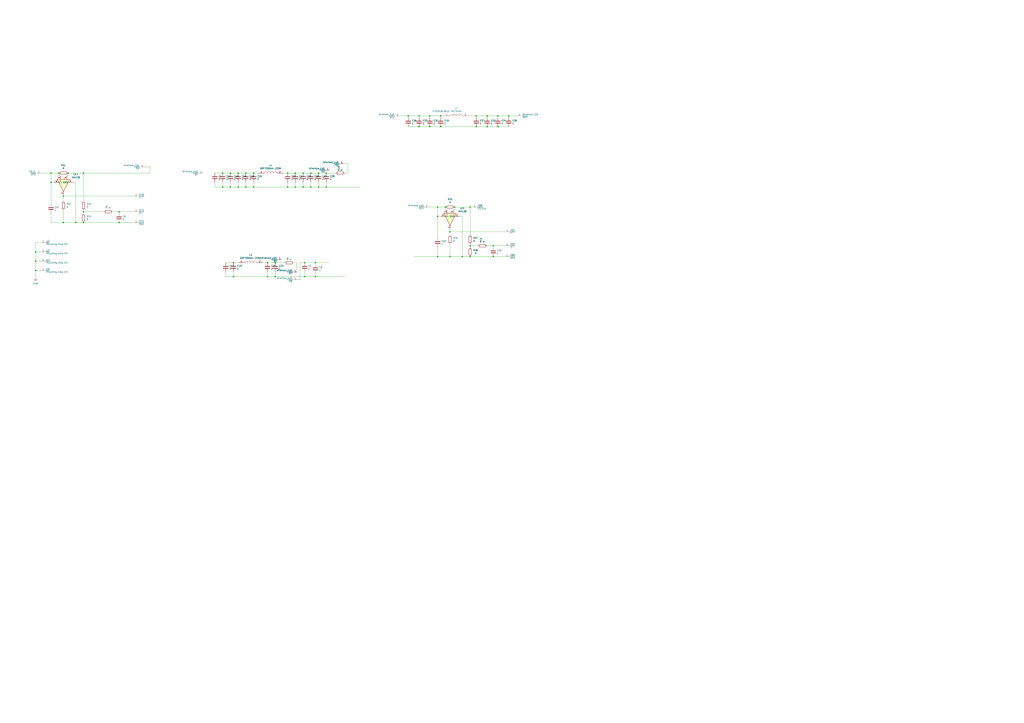
<source format=kicad_sch>
(kicad_sch (version 20230121) (generator eeschema)
  (paper "A1")
  (lib_symbols
    (symbol "Amplifier_Current:INA138" (pin_names (offset 0.127))
      (property "Reference" "U" (at 3.81 5.08 0))
      (property "Value" "INA138" (at 3.81 2.54 0))
      (symbol "INA138_0_1"
        (polyline (pts (xy -5.08 5.08) (xy 5.08 0) (xy -5.08 -5.08) (xy -5.08 5.08)) (stroke (width 0.254)) (fill (type background)))
      )
      (symbol "INA138_1_1"
        (pin output line (at 7.62 0 180) (length 2.54) (name "~") (number "1"))
        (pin power_in line (at -2.54 -7.62 90) (length 3.81) (name "GND") (number "2"))
        (pin input line (at -7.62 2.54 0) (length 2.54) (name "+") (number "3"))
        (pin input line (at -7.62 -2.54 0) (length 2.54) (name "-") (number "4"))
        (pin power_in line (at -2.54 7.62 270) (length 3.81) (name "V+") (number "5"))
      )
    )
    (symbol "Connectors_for_Wire:WireHole_1p5"
      (property "Reference" "D" (at 0 -1.27 0))
      (property "Value" "WireHole_1p5" (at 0 1.27 0))
      (symbol "WireHole_1p5_1_0"
        (pin bidirectional line (at 0 0 0) (length 2.54) (name "Conn") (number "1"))
      )
    )
    (symbol "Connectors_for_Wire:Wire_Pad_01"
      (property "Reference" "D" (at -0.6875 -1.3327 0))
      (property "Value" "Wire_Pad_01" (at 0 1.27 0))
      (symbol "Wire_Pad_01_1_1"
        (pin unspecified line (at 0 0 0) (length 2.54) (name "Conn") (number "1"))
      )
    )
    (symbol "Device:C" (pin_numbers hide) (pin_names (offset 0.254))
      (property "Reference" "C" (at 0.635 2.54 0))
      (property "Value" "C" (at 0.635 -2.54 0))
      (symbol "C_0_1"
        (polyline (pts (xy -2.032 -0.762) (xy 2.032 -0.762)) (stroke (width 0.508)))
        (polyline (pts (xy -2.032 0.762) (xy 2.032 0.762)) (stroke (width 0.508)))
      )
      (symbol "C_1_1"
        (pin passive line (at 0 3.81 270) (length 2.794) (name "~") (number "1"))
        (pin passive line (at 0 -3.81 90) (length 2.794) (name "~") (number "2"))
      )
    )
    (symbol "Device:R" (pin_numbers hide) (pin_names (offset 0))
      (property "Reference" "R" (at 2.032 0 90))
      (property "Value" "R" (at 0 0 90))
      (symbol "R_0_1"
        (rectangle (start -1.016 -2.54) (end 1.016 2.54) (stroke (width 0.254)))
      )
      (symbol "R_1_1"
        (pin passive line (at 0 3.81 270) (length 1.27) (name "~") (number "1"))
        (pin passive line (at 0 -3.81 90) (length 1.27) (name "~") (number "2"))
      )
    )
    (symbol "Mounting_Holes:Mounting_Hole_M2"
      (property "Reference" "U" (at 0 -1.27 0))
      (property "Value" "Mounting_Hole_M2" (at 0 2.54 0))
      (symbol "Mounting_Hole_M2_1_1"
        (pin input line (at -2.54 0 0) (length 2.54) (name "Mnt") (number "1"))
      )
    )
    (symbol "SRP7050AA-220M:SRP7050AA-220M" (pin_names (offset 0.762))
      (property "Reference" "L" (at 16.51 6.35 0))
      (property "Value" "SRP7050AA-220M" (at 16.51 3.81 0))
      (symbol "SRP7050AA-220M_0_0"
        (pin passive line (at 0 0 0) (length 5.08) (name "~") (number "1"))
        (pin passive line (at 20.32 0 180) (length 5.08) (name "~") (number "2"))
      )
      (symbol "SRP7050AA-220M_0_1"
        (arc (start 7.62 0) (mid 6.35 1.2202) (end 5.08 0) (stroke (width 0.1524)))
        (arc (start 10.16 0) (mid 8.89 1.2202) (end 7.62 0) (stroke (width 0.1524)))
        (arc (start 12.7 0) (mid 11.43 1.2202) (end 10.16 0) (stroke (width 0.1524)))
        (arc (start 15.24 0) (mid 13.97 1.2202) (end 12.7 0) (stroke (width 0.1524)))
      )
    )
    (symbol "TFM201610ALC-R47MTAA:TFM201610ALC-R47MTAA" (pin_names (offset 0.762))
      (property "Reference" "L" (at 16.51 6.35 0))
      (property "Value" "TFM201610ALC-R47MTAA" (at 16.51 3.81 0))
      (symbol "TFM201610ALC-R47MTAA_0_0"
        (pin passive line (at 0 0 0) (length 5.08) (name "~") (number "1"))
        (pin passive line (at 20.32 0 180) (length 5.08) (name "~") (number "2"))
      )
      (symbol "TFM201610ALC-R47MTAA_0_1"
        (arc (start 7.62 0) (mid 6.35 1.2202) (end 5.08 0) (stroke (width 0.1524)))
        (arc (start 10.16 0) (mid 8.89 1.2202) (end 7.62 0) (stroke (width 0.1524)))
        (arc (start 12.7 0) (mid 11.43 1.2202) (end 10.16 0) (stroke (width 0.1524)))
        (arc (start 15.24 0) (mid 13.97 1.2202) (end 12.7 0) (stroke (width 0.1524)))
      )
    )
    (symbol "power:GND" (power) (pin_names (offset 0))
      (property "Value" "GND" (at 0 -3.81 0))
      (symbol "GND_0_1"
        (polyline (pts (xy 0 0) (xy 0 -1.27) (xy 1.27 -1.27) (xy 0 -2.54) (xy -1.27 -1.27) (xy 0 -1.27)))
      )
      (symbol "GND_1_1"
        (pin power_in line (at 0 0 270) (length 0) hide (name "GND") (number "1"))
      )
    )
  )
  (junction (at 219.71 227.33))
  (junction (at 408.94 95.25))
  (junction (at 408.94 104.14))
  (junction (at 62.23 182.88))
  (junction (at 191.77 215.9))
  (junction (at 400.05 104.14))
  (junction (at 29.21 222.25))
  (junction (at 68.58 182.88))
  (junction (at 386.08 201.93))
  (junction (at 191.77 227.33))
  (junction (at 359.41 210.82))
  (junction (at 353.06 95.25))
  (junction (at 369.57 210.82))
  (junction (at 55.88 142.24))
  (junction (at 391.16 104.14))
  (junction (at 201.93 153.67))
  (junction (at 386.08 210.82))
  (junction (at 48.26 142.24))
  (junction (at 259.08 227.33))
  (junction (at 267.97 142.24))
  (junction (at 250.19 227.33))
  (junction (at 255.27 153.67))
  (junction (at 359.41 170.18))
  (junction (at 52.07 161.29))
  (junction (at 248.92 153.67))
  (junction (at 400.05 95.25))
  (junction (at 189.23 153.67))
  (junction (at 195.58 153.67))
  (junction (at 97.79 173.99))
  (junction (at 259.08 215.9))
  (junction (at 365.76 170.18))
  (junction (at 29.21 214.63))
  (junction (at 417.83 95.25))
  (junction (at 182.88 142.24))
  (junction (at 208.28 153.67))
  (junction (at 255.27 142.24))
  (junction (at 379.73 210.82))
  (junction (at 182.88 153.67))
  (junction (at 236.22 153.67))
  (junction (at 344.17 95.25))
  (junction (at 195.58 142.24))
  (junction (at 261.62 142.24))
  (junction (at 405.13 201.93))
  (junction (at 52.07 182.88))
  (junction (at 361.95 95.25))
  (junction (at 405.13 210.82))
  (junction (at 201.93 142.24))
  (junction (at 242.57 142.24))
  (junction (at 361.95 104.14))
  (junction (at 250.19 215.9))
  (junction (at 353.06 104.14))
  (junction (at 248.92 142.24))
  (junction (at 236.22 142.24))
  (junction (at 261.62 153.67))
  (junction (at 369.57 190.5))
  (junction (at 226.06 215.9))
  (junction (at 373.38 170.18))
  (junction (at 335.28 95.25))
  (junction (at 386.08 170.18))
  (junction (at 391.16 95.25))
  (junction (at 97.79 182.88))
  (junction (at 41.91 142.24))
  (junction (at 189.23 142.24))
  (junction (at 359.41 177.8))
  (junction (at 219.71 215.9))
  (junction (at 226.06 227.33))
  (junction (at 41.91 149.86))
  (junction (at 68.58 142.24))
  (junction (at 242.57 153.67))
  (junction (at 29.21 207.01))
  (junction (at 267.97 153.67))
  (junction (at 344.17 104.14))
  (junction (at 68.58 173.99))
  (junction (at 208.28 142.24))
  (wire (pts (xy 68.58 142.24) (xy 123.19 142.24)))
  (wire (pts (xy 405.13 201.93) (xy 405.13 203.2)))
  (wire (pts (xy 41.91 149.86) (xy 41.91 142.24)))
  (wire (pts (xy 359.41 177.8) (xy 359.41 170.18)))
  (wire (pts (xy 68.58 182.88) (xy 97.79 182.88)))
  (wire (pts (xy 259.08 227.33) (xy 283.21 227.33)))
  (wire (pts (xy 386.08 200.66) (xy 386.08 201.93)))
  (wire (pts (xy 236.22 142.24) (xy 242.57 142.24)))
  (wire (pts (xy 208.28 153.67) (xy 236.22 153.67)))
  (wire (pts (xy 41.91 167.64) (xy 41.91 149.86)))
  (wire (pts (xy 365.76 172.72) (xy 365.76 170.18)))
  (wire (pts (xy 29.21 207.01) (xy 34.29 207.01)))
  (wire (pts (xy 208.28 149.86) (xy 208.28 153.67)))
  (wire (pts (xy 285.75 142.24) (xy 283.21 142.24)))
  (wire (pts (xy 261.62 149.86) (xy 261.62 153.67)))
  (wire (pts (xy 400.05 201.93) (xy 405.13 201.93)))
  (wire (pts (xy 68.58 142.24) (xy 68.58 165.1)))
  (wire (pts (xy 369.57 210.82) (xy 379.73 210.82)))
  (wire (pts (xy 29.21 199.39) (xy 34.29 199.39)))
  (wire (pts (xy 405.13 210.82) (xy 415.29 210.82)))
  (wire (pts (xy 255.27 149.86) (xy 255.27 153.67)))
  (wire (pts (xy 185.42 215.9) (xy 191.77 215.9)))
  (wire (pts (xy 242.57 153.67) (xy 248.92 153.67)))
  (wire (pts (xy 255.27 153.67) (xy 261.62 153.67)))
  (wire (pts (xy 219.71 223.52) (xy 219.71 227.33)))
  (wire (pts (xy 176.53 153.67) (xy 182.88 153.67)))
  (wire (pts (xy 369.57 193.04) (xy 369.57 190.5)))
  (wire (pts (xy 29.21 214.63) (xy 34.29 214.63)))
  (wire (pts (xy 97.79 173.99) (xy 97.79 175.26)))
  (wire (pts (xy 250.19 223.52) (xy 250.19 227.33)))
  (wire (pts (xy 369.57 190.5) (xy 415.29 190.5)))
  (wire (pts (xy 250.19 227.33) (xy 259.08 227.33)))
  (wire (pts (xy 359.41 203.2) (xy 359.41 210.82)))
  (wire (pts (xy 189.23 142.24) (xy 195.58 142.24)))
  (wire (pts (xy 242.57 149.86) (xy 242.57 153.67)))
  (wire (pts (xy 369.57 187.96) (xy 369.57 190.5)))
  (wire (pts (xy 359.41 210.82) (xy 369.57 210.82)))
  (wire (pts (xy 335.28 96.52) (xy 335.28 95.25)))
  (wire (pts (xy 195.58 153.67) (xy 201.93 153.67)))
  (wire (pts (xy 68.58 172.72) (xy 68.58 173.99)))
  (wire (pts (xy 215.9 215.9) (xy 219.71 215.9)))
  (wire (pts (xy 176.53 149.86) (xy 176.53 153.67)))
  (wire (pts (xy 52.07 161.29) (xy 110.49 161.29)))
  (wire (pts (xy 185.42 227.33) (xy 191.77 227.33)))
  (wire (pts (xy 353.06 95.25) (xy 361.95 95.25)))
  (wire (pts (xy 29.21 207.01) (xy 29.21 214.63)))
  (wire (pts (xy 417.83 95.25) (xy 425.45 95.25)))
  (wire (pts (xy 29.21 222.25) (xy 34.29 222.25)))
  (wire (pts (xy 49.53 144.78) (xy 48.26 144.78)))
  (wire (pts (xy 97.79 182.88) (xy 110.49 182.88)))
  (wire (pts (xy 52.07 160.02) (xy 52.07 161.29)))
  (wire (pts (xy 92.71 173.99) (xy 97.79 173.99)))
  (wire (pts (xy 29.21 214.63) (xy 29.21 222.25)))
  (wire (pts (xy 391.16 95.25) (xy 391.16 96.52)))
  (wire (pts (xy 408.94 104.14) (xy 400.05 104.14)))
  (wire (pts (xy 241.3 215.9) (xy 243.84 215.9)))
  (wire (pts (xy 359.41 195.58) (xy 359.41 177.8)))
  (wire (pts (xy 242.57 142.24) (xy 248.92 142.24)))
  (wire (pts (xy 195.58 142.24) (xy 201.93 142.24)))
  (wire (pts (xy 29.21 222.25) (xy 29.21 228.6)))
  (wire (pts (xy 97.79 173.99) (xy 110.49 173.99)))
  (wire (pts (xy 353.06 104.14) (xy 344.17 104.14)))
  (wire (pts (xy 285.75 134.62) (xy 285.75 142.24)))
  (wire (pts (xy 41.91 175.26) (xy 41.91 182.88)))
  (wire (pts (xy 340.36 210.82) (xy 359.41 210.82)))
  (wire (pts (xy 191.77 215.9) (xy 195.58 215.9)))
  (wire (pts (xy 367.03 172.72) (xy 365.76 172.72)))
  (wire (pts (xy 182.88 149.86) (xy 182.88 153.67)))
  (wire (pts (xy 400.05 96.52) (xy 400.05 95.25)))
  (wire (pts (xy 52.07 172.72) (xy 52.07 182.88)))
  (wire (pts (xy 372.11 172.72) (xy 373.38 172.72)))
  (wire (pts (xy 68.58 173.99) (xy 85.09 173.99)))
  (wire (pts (xy 373.38 170.18) (xy 386.08 170.18)))
  (wire (pts (xy 41.91 142.24) (xy 48.26 142.24)))
  (wire (pts (xy 243.84 229.87) (xy 246.38 229.87)))
  (wire (pts (xy 62.23 182.88) (xy 68.58 182.88)))
  (wire (pts (xy 55.88 142.24) (xy 68.58 142.24)))
  (wire (pts (xy 191.77 223.52) (xy 191.77 227.33)))
  (wire (pts (xy 386.08 210.82) (xy 405.13 210.82)))
  (wire (pts (xy 195.58 149.86) (xy 195.58 153.67)))
  (wire (pts (xy 373.38 172.72) (xy 373.38 170.18)))
  (wire (pts (xy 344.17 95.25) (xy 353.06 95.25)))
  (wire (pts (xy 335.28 95.25) (xy 344.17 95.25)))
  (wire (pts (xy 281.94 134.62) (xy 285.75 134.62)))
  (wire (pts (xy 29.21 199.39) (xy 29.21 207.01)))
  (wire (pts (xy 219.71 215.9) (xy 226.06 215.9)))
  (wire (pts (xy 351.79 170.18) (xy 359.41 170.18)))
  (wire (pts (xy 379.73 177.8) (xy 379.73 210.82)))
  (wire (pts (xy 379.73 210.82) (xy 386.08 210.82)))
  (wire (pts (xy 246.38 229.87) (xy 246.38 215.9)))
  (wire (pts (xy 386.08 170.18) (xy 388.62 170.18)))
  (wire (pts (xy 417.83 104.14) (xy 408.94 104.14)))
  (wire (pts (xy 52.07 182.88) (xy 62.23 182.88)))
  (wire (pts (xy 185.42 223.52) (xy 185.42 227.33)))
  (wire (pts (xy 261.62 142.24) (xy 267.97 142.24)))
  (wire (pts (xy 201.93 149.86) (xy 201.93 153.67)))
  (wire (pts (xy 41.91 182.88) (xy 52.07 182.88)))
  (wire (pts (xy 248.92 153.67) (xy 255.27 153.67)))
  (wire (pts (xy 255.27 142.24) (xy 261.62 142.24)))
  (wire (pts (xy 68.58 173.99) (xy 68.58 175.26)))
  (wire (pts (xy 33.02 142.24) (xy 41.91 142.24)))
  (wire (pts (xy 236.22 149.86) (xy 236.22 153.67)))
  (wire (pts (xy 176.53 142.24) (xy 182.88 142.24)))
  (wire (pts (xy 232.41 142.24) (xy 236.22 142.24)))
  (wire (pts (xy 123.19 137.16) (xy 123.19 142.24)))
  (wire (pts (xy 54.61 144.78) (xy 55.88 144.78)))
  (wire (pts (xy 408.94 95.25) (xy 417.83 95.25)))
  (wire (pts (xy 246.38 215.9) (xy 250.19 215.9)))
  (wire (pts (xy 189.23 153.67) (xy 195.58 153.67)))
  (wire (pts (xy 361.95 104.14) (xy 391.16 104.14)))
  (wire (pts (xy 182.88 142.24) (xy 189.23 142.24)))
  (wire (pts (xy 361.95 104.14) (xy 353.06 104.14)))
  (wire (pts (xy 267.97 142.24) (xy 275.59 142.24)))
  (wire (pts (xy 243.84 215.9) (xy 243.84 223.52)))
  (wire (pts (xy 386.08 201.93) (xy 392.43 201.93)))
  (wire (pts (xy 369.57 200.66) (xy 369.57 210.82)))
  (wire (pts (xy 191.77 227.33) (xy 219.71 227.33)))
  (wire (pts (xy 41.91 149.86) (xy 44.45 149.86)))
  (wire (pts (xy 250.19 215.9) (xy 259.08 215.9)))
  (wire (pts (xy 327.66 95.25) (xy 335.28 95.25)))
  (wire (pts (xy 361.95 95.25) (xy 361.95 96.52)))
  (wire (pts (xy 48.26 144.78) (xy 48.26 142.24)))
  (wire (pts (xy 182.88 153.67) (xy 189.23 153.67)))
  (wire (pts (xy 391.16 95.25) (xy 400.05 95.25)))
  (wire (pts (xy 353.06 95.25) (xy 353.06 96.52)))
  (wire (pts (xy 62.23 149.86) (xy 62.23 182.88)))
  (wire (pts (xy 259.08 215.9) (xy 259.08 217.17)))
  (wire (pts (xy 386.08 201.93) (xy 386.08 203.2)))
  (wire (pts (xy 259.08 215.9) (xy 270.51 215.9)))
  (wire (pts (xy 267.97 153.67) (xy 295.91 153.67)))
  (wire (pts (xy 189.23 149.86) (xy 189.23 153.67)))
  (wire (pts (xy 259.08 224.79) (xy 259.08 227.33)))
  (wire (pts (xy 391.16 104.14) (xy 400.05 104.14)))
  (wire (pts (xy 386.08 170.18) (xy 386.08 193.04)))
  (wire (pts (xy 226.06 227.33) (xy 250.19 227.33)))
  (wire (pts (xy 408.94 96.52) (xy 408.94 95.25)))
  (wire (pts (xy 55.88 144.78) (xy 55.88 142.24)))
  (wire (pts (xy 59.69 149.86) (xy 62.23 149.86)))
  (wire (pts (xy 52.07 165.1) (xy 52.07 161.29)))
  (wire (pts (xy 384.81 95.25) (xy 391.16 95.25)))
  (wire (pts (xy 335.28 104.14) (xy 344.17 104.14)))
  (wire (pts (xy 400.05 95.25) (xy 408.94 95.25)))
  (wire (pts (xy 201.93 153.67) (xy 208.28 153.67)))
  (wire (pts (xy 219.71 227.33) (xy 226.06 227.33)))
  (wire (pts (xy 361.95 95.25) (xy 364.49 95.25)))
  (wire (pts (xy 359.41 170.18) (xy 365.76 170.18)))
  (wire (pts (xy 248.92 142.24) (xy 255.27 142.24)))
  (wire (pts (xy 201.93 142.24) (xy 208.28 142.24)))
  (wire (pts (xy 248.92 149.86) (xy 248.92 153.67)))
  (wire (pts (xy 118.11 137.16) (xy 123.19 137.16)))
  (wire (pts (xy 226.06 215.9) (xy 233.68 215.9)))
  (wire (pts (xy 261.62 153.67) (xy 267.97 153.67)))
  (wire (pts (xy 377.19 177.8) (xy 379.73 177.8)))
  (wire (pts (xy 359.41 177.8) (xy 361.95 177.8)))
  (wire (pts (xy 267.97 149.86) (xy 267.97 153.67)))
  (wire (pts (xy 405.13 201.93) (xy 415.29 201.93)))
  (wire (pts (xy 344.17 96.52) (xy 344.17 95.25)))
  (wire (pts (xy 417.83 96.52) (xy 417.83 95.25)))
  (wire (pts (xy 226.06 223.52) (xy 226.06 227.33)))
  (wire (pts (xy 208.28 142.24) (xy 212.09 142.24)))
  (wire (pts (xy 236.22 153.67) (xy 242.57 153.67)))
  (symbol (lib_id "Device:C") (at 176.53 146.05 0) (unit 1)
    (property "Reference" "C7" (at 179.451 144.8816 0) (effects (justify left)))
    (property "Value" "C" (at 179.451 147.193 0) (effects (justify left)))
    (property "Footprint" "Capacitor_SMD:C_0603_1608Metric_Pad1.08x0.95mm_HandSolder" (effects hide))
  )
  (symbol (lib_id "Device:C") (at 361.95 100.33 0) (unit 1)
    (property "Reference" "C10" (at 364.871 99.1616 0) (effects (justify left)))
    (property "Value" "C" (at 364.871 101.473 0) (effects (justify left)))
    (property "Footprint" "Capacitor_SMD:C_0805_2012Metric_Pad1.18x1.45mm_HandSolder" (effects hide))
  )
  (symbol (lib_id "Device:C") (at 248.92 146.05 0) (unit 1)
    (property "Reference" "C25" (at 251.841 144.8816 0) (effects (justify left)))
    (property "Value" "C" (at 251.841 147.193 0) (effects (justify left)))
    (property "Footprint" "Capacitor_SMD:C_0805_2012Metric_Pad1.18x1.45mm_HandSolder" (effects hide))
  )
  (symbol (lib_id "Device:C") (at 182.88 146.05 0) (unit 1)
    (property "Reference" "C14" (at 185.801 144.8816 0) (effects (justify left)))
    (property "Value" "C" (at 185.801 147.193 0) (effects (justify left)))
    (property "Footprint" "Capacitor_SMD:C_0805_2012Metric_Pad1.18x1.45mm_HandSolder" (effects hide))
  )
  (symbol (lib_id "Connectors_for_Wire:WireHole_1p5") (at 425.45 95.25 0) (mirror x) (unit 1)
    (property "Reference" "D13" (at 429.26 96.5201 0) (effects (justify left)))
    (property "Value" "WireHole_1p5" (at 429.26 93.9801 0) (effects (justify left)))
    (property "Footprint" "libraries:WireHole_1p2" (effects hide))
  )
  (symbol (lib_id "Device:C") (at 391.16 100.33 0) (unit 1)
    (property "Reference" "C37" (at 394.081 99.1616 0) (effects (justify left)))
    (property "Value" "C" (at 394.081 101.473 0) (effects (justify left)))
    (property "Footprint" "Capacitor_SMD:C_0805_2012Metric_Pad1.18x1.45mm_HandSolder" (effects hide))
  )
  (symbol (lib_id "Device:C") (at 191.77 219.71 0) (unit 1)
    (property "Reference" "C19" (at 194.691 218.5416 0) (effects (justify left)))
    (property "Value" "C" (at 194.691 220.853 0) (effects (justify left)))
    (property "Footprint" "Capacitor_SMD:C_0805_2012Metric_Pad1.18x1.45mm_HandSolder" (effects hide))
  )
  (symbol (lib_id "Connectors_for_Wire:Wire_Pad_01") (at 415.29 210.82 0) (unit 1)
    (property "Reference" "D89" (at 419.1 209.5499 0) (effects (justify left)))
    (property "Value" "Gnd" (at 419.1 212.0899 0) (effects (justify left)))
    (property "Footprint" "Flat_Wires_Pads:Wire_Hole_1mm" (effects hide))
  )
  (symbol (lib_id "Mounting_Holes:Mounting_Hole_M2") (at 36.83 207.01 0) (unit 1)
    (property "Reference" "U3" (at 38.1 205.7399 0) (effects (justify left)))
    (property "Value" "Mounting_Hole_M2" (at 38.1 208.2799 0) (effects (justify left)))
    (property "Footprint" "Mounting_Wuerth:Mounting_Wuerth_WA-SMST-2.7mm_H1mm_9774010951" (effects hide))
  )
  (symbol (lib_id "Device:C") (at 255.27 146.05 0) (unit 1)
    (property "Reference" "C26" (at 258.191 144.8816 0) (effects (justify left)))
    (property "Value" "C" (at 258.191 147.193 0) (effects (justify left)))
    (property "Footprint" "Capacitor_SMD:C_0805_2012Metric_Pad1.18x1.45mm_HandSolder" (effects hide))
  )
  (symbol (lib_id "Device:R") (at 369.57 196.85 180) (unit 1)
    (property "Reference" "R36" (at 372.11 195.5799 0) (effects (justify right)))
    (property "Value" "R" (at 372.11 198.1199 0) (effects (justify right)))
    (property "Footprint" "Resistor_SMD:R_0805_2012Metric_Pad1.20x1.40mm_HandSolder" (effects hide))
  )
  (symbol (lib_id "Device:C") (at 219.71 219.71 0) (unit 1)
    (property "Reference" "C21" (at 222.631 218.5416 0) (effects (justify left)))
    (property "Value" "C" (at 222.631 220.853 0) (effects (justify left)))
    (property "Footprint" "Capacitor_SMD:C_0805_2012Metric_Pad1.18x1.45mm_HandSolder" (effects hide))
  )
  (symbol (lib_id "Connectors_for_Wire:WireHole_1p5") (at 327.66 95.25 180) (unit 1)
    (property "Reference" "D11" (at 323.85 96.5201 0) (effects (justify left)))
    (property "Value" "WireHole_1p5" (at 323.85 93.9801 0) (effects (justify left)))
    (property "Footprint" "libraries:WireHole_1p2" (effects hide))
  )
  (symbol (lib_id "Device:C") (at 201.93 146.05 0) (unit 1)
    (property "Reference" "C18" (at 204.851 144.8816 0) (effects (justify left)))
    (property "Value" "C" (at 204.851 147.193 0) (effects (justify left)))
    (property "Footprint" "Capacitor_SMD:C_0805_2012Metric_Pad1.18x1.45mm_HandSolder" (effects hide))
  )
  (symbol (lib_id "Device:C") (at 353.06 100.33 0) (unit 1)
    (property "Reference" "C31" (at 355.981 99.1616 0) (effects (justify left)))
    (property "Value" "C" (at 355.981 101.473 0) (effects (justify left)))
    (property "Footprint" "Capacitor_SMD:C_0805_2012Metric_Pad1.18x1.45mm_HandSolder" (effects hide))
  )
  (symbol (lib_id "Amplifier_Current:INA138") (at 52.07 152.4 90) (mirror x) (unit 1)
    (property "Reference" "U14" (at 62.23 143.2812 90))
    (property "Value" "INA138" (at 62.23 145.8212 90))
    (property "Footprint" "Package_TO_SOT_SMD:SOT-23-5" (effects hide))
    (property "Datasheet" "http://www.ti.com/lit/ds/symlink/ina138.pdf" (effects hide))
  )
  (symbol (lib_id "Connectors_for_Wire:Wire_Pad_01") (at 415.29 190.5 0) (unit 1)
    (property "Reference" "D91" (at 419.1 189.2299 0) (effects (justify left)))
    (property "Value" "I" (at 419.1 191.7699 0) (effects (justify left)))
    (property "Footprint" "Flat_Wires_Pads:Wire_Hole_1mm" (effects hide))
  )
  (symbol (lib_id "Connectors_for_Wire:Wire_Pad_01") (at 110.49 161.29 0) (unit 1)
    (property "Reference" "D78" (at 114.3 160.0199 0) (effects (justify left)))
    (property "Value" "I" (at 114.3 162.5599 0) (effects (justify left)))
    (property "Footprint" "Flat_Wires_Pads:Wire_Hole_1mm" (effects hide))
  )
  (symbol (lib_id "Device:C") (at 417.83 100.33 0) (unit 1)
    (property "Reference" "C35" (at 420.751 99.1616 0) (effects (justify left)))
    (property "Value" "C" (at 420.751 101.473 0) (effects (justify left)))
    (property "Footprint" "Capacitor_SMD:C_0805_2012Metric_Pad1.18x1.45mm_HandSolder" (effects hide))
  )
  (symbol (lib_id "Device:C") (at 400.05 100.33 0) (unit 1)
    (property "Reference" "C33" (at 402.971 99.1616 0) (effects (justify left)))
    (property "Value" "C" (at 402.971 101.473 0) (effects (justify left)))
    (property "Footprint" "Capacitor_SMD:C_0805_2012Metric_Pad1.18x1.45mm_HandSolder" (effects hide))
  )
  (symbol (lib_id "Device:C") (at 261.62 146.05 0) (unit 1)
    (property "Reference" "C27" (at 264.541 144.8816 0) (effects (justify left)))
    (property "Value" "C" (at 264.541 147.193 0) (effects (justify left)))
    (property "Footprint" "Capacitor_SMD:C_0805_2012Metric_Pad1.18x1.45mm_HandSolder" (effects hide))
  )
  (symbol (lib_id "Device:R") (at 68.58 168.91 180) (unit 1)
    (property "Reference" "R33" (at 71.12 167.6399 0) (effects (justify right)))
    (property "Value" "R" (at 71.12 170.1799 0) (effects (justify right)))
    (property "Footprint" "Resistor_SMD:R_0805_2012Metric_Pad1.20x1.40mm_HandSolder" (effects hide))
  )
  (symbol (lib_id "Connectors_for_Wire:WireHole_1p5") (at 243.84 223.52 180) (unit 1)
    (property "Reference" "D7" (at 240.03 224.7901 0) (effects (justify left)))
    (property "Value" "WireHole_1p5" (at 240.03 222.2501 0) (effects (justify left)))
    (property "Footprint" "libraries:WireHole_1p2" (effects hide))
  )
  (symbol (lib_id "Device:C") (at 226.06 219.71 0) (unit 1)
    (property "Reference" "C23" (at 228.981 218.5416 0) (effects (justify left)))
    (property "Value" "C" (at 228.981 220.853 0) (effects (justify left)))
    (property "Footprint" "Capacitor_SMD:C_0805_2012Metric_Pad1.18x1.45mm_HandSolder" (effects hide))
  )
  (symbol (lib_id "Mounting_Holes:Mounting_Hole_M2") (at 36.83 222.25 0) (unit 1)
    (property "Reference" "U5" (at 38.1 220.9799 0) (effects (justify left)))
    (property "Value" "Mounting_Hole_M2" (at 38.1 223.5199 0) (effects (justify left)))
    (property "Footprint" "Mounting_Wuerth:Mounting_Wuerth_WA-SMST-2.7mm_H1mm_9774010951" (effects hide))
  )
  (symbol (lib_id "Connectors_for_Wire:Wire_Pad_01") (at 110.49 173.99 0) (unit 1)
    (property "Reference" "D73" (at 114.3 172.7199 0) (effects (justify left)))
    (property "Value" "U" (at 114.3 175.2599 0) (effects (justify left)))
    (property "Footprint" "Flat_Wires_Pads:Wire_Hole_1mm" (effects hide))
  )
  (symbol (lib_id "Device:C") (at 259.08 220.98 0) (unit 1)
    (property "Reference" "C8" (at 262.001 219.8116 0) (effects (justify left)))
    (property "Value" "C" (at 262.001 222.123 0) (effects (justify left)))
    (property "Footprint" "Capacitor_SMD:C_0805_2012Metric_Pad1.18x1.45mm_HandSolder" (effects hide))
  )
  (symbol (lib_id "Device:C") (at 335.28 100.33 0) (unit 1)
    (property "Reference" "C36" (at 338.201 99.1616 0) (effects (justify left)))
    (property "Value" "C" (at 338.201 101.473 0) (effects (justify left)))
    (property "Footprint" "Capacitor_SMD:C_0805_2012Metric_Pad1.18x1.45mm_HandSolder" (effects hide))
  )
  (symbol (lib_id "Mounting_Holes:Mounting_Hole_M2") (at 36.83 199.39 0) (unit 1)
    (property "Reference" "U2" (at 38.1 198.1199 0) (effects (justify left)))
    (property "Value" "Mounting_Hole_M2" (at 38.1 200.6599 0) (effects (justify left)))
    (property "Footprint" "Mounting_Wuerth:Mounting_Wuerth_WA-SMST-2.7mm_H1mm_9774010951" (effects hide))
  )
  (symbol (lib_id "Device:C") (at 236.22 146.05 0) (unit 1)
    (property "Reference" "C22" (at 239.141 144.8816 0) (effects (justify left)))
    (property "Value" "C" (at 239.141 147.193 0) (effects (justify left)))
    (property "Footprint" "Capacitor_SMD:C_0805_2012Metric_Pad1.18x1.45mm_HandSolder" (effects hide))
  )
  (symbol (lib_id "Device:R") (at 52.07 142.24 90) (unit 1)
    (property "Reference" "R31" (at 52.07 135.89 90))
    (property "Value" "R" (at 52.07 138.43 90))
    (property "Footprint" "Resistor_SMD:R_0805_2012Metric_Pad1.20x1.40mm_HandSolder" (effects hide))
  )
  (symbol (lib_id "Device:C") (at 250.19 219.71 0) (unit 1)
    (property "Reference" "C5" (at 253.111 218.5416 0) (effects (justify left)))
    (property "Value" "C" (at 253.111 220.853 0) (effects (justify left)))
    (property "Footprint" "Capacitor_SMD:C_0805_2012Metric_Pad1.18x1.45mm_HandSolder" (effects hide))
  )
  (symbol (lib_id "Connectors_for_Wire:Wire_Pad_01") (at 415.29 201.93 0) (unit 1)
    (property "Reference" "D90" (at 419.1 200.6599 0) (effects (justify left)))
    (property "Value" "U" (at 419.1 203.1999 0) (effects (justify left)))
    (property "Footprint" "Flat_Wires_Pads:Wire_Hole_1mm" (effects hide))
  )
  (symbol (lib_id "Connectors_for_Wire:Wire_Pad_01") (at 110.49 182.88 0) (unit 1)
    (property "Reference" "D72" (at 114.3 181.6099 0) (effects (justify left)))
    (property "Value" "Gnd" (at 114.3 184.1499 0) (effects (justify left)))
    (property "Footprint" "Flat_Wires_Pads:Wire_Hole_1mm" (effects hide))
  )
  (symbol (lib_id "Device:C") (at 405.13 207.01 0) (unit 1)
    (property "Reference" "C29" (at 408.051 205.8416 0) (effects (justify left)))
    (property "Value" "C" (at 408.051 208.153 0) (effects (justify left)))
    (property "Footprint" "Capacitor_SMD:C_0805_2012Metric_Pad1.18x1.45mm_HandSolder" (effects hide))
  )
  (symbol (lib_id "Device:R") (at 237.49 215.9 90) (unit 1)
    (property "Reference" "R9" (at 236.3216 214.122 0) (effects (justify left)))
    (property "Value" "R" (at 238.633 214.122 0) (effects (justify left)))
    (property "Footprint" "Resistor_SMD:R_0805_2012Metric_Pad1.20x1.40mm_HandSolder" (effects hide))
  )
  (symbol (lib_id "Connectors_for_Wire:WireHole_1p5") (at 243.84 229.87 180) (unit 1)
    (property "Reference" "D8" (at 240.03 231.1401 0) (effects (justify left)))
    (property "Value" "WireHole_1p5" (at 240.03 228.6001 0) (effects (justify left)))
    (property "Footprint" "libraries:WireHole_1p2" (effects hide))
  )
  (symbol (lib_id "Device:C") (at 97.79 179.07 0) (unit 1)
    (property "Reference" "C6" (at 100.711 177.9016 0) (effects (justify left)))
    (property "Value" "C" (at 100.711 180.213 0) (effects (justify left)))
    (property "Footprint" "Capacitor_SMD:C_0805_2012Metric_Pad1.18x1.45mm_HandSolder" (effects hide))
  )
  (symbol (lib_id "Device:C") (at 208.28 146.05 0) (unit 1)
    (property "Reference" "C20" (at 211.201 144.8816 0) (effects (justify left)))
    (property "Value" "C" (at 211.201 147.193 0) (effects (justify left)))
    (property "Footprint" "Capacitor_SMD:C_0805_2012Metric_Pad1.18x1.45mm_HandSolder" (effects hide))
  )
  (symbol (lib_id "Device:R") (at 396.24 201.93 270) (unit 1)
    (property "Reference" "R13" (at 394.9699 199.39 0) (effects (justify right)))
    (property "Value" "R" (at 397.51 199.39 0) (effects (justify right)))
    (property "Footprint" "Resistor_SMD:R_0805_2012Metric_Pad1.20x1.40mm_HandSolder" (effects hide))
  )
  (symbol (lib_id "Connectors_for_Wire:WireHole_1p5") (at 281.94 134.62 180) (unit 1)
    (property "Reference" "D3" (at 278.13 135.8901 0) (effects (justify left)))
    (property "Value" "WireHole_1p5" (at 278.13 133.3501 0) (effects (justify left)))
    (property "Footprint" "libraries:WireHole_1p2" (effects hide))
  )
  (symbol (lib_id "Device:R") (at 88.9 173.99 270) (unit 1)
    (property "Reference" "R5" (at 87.6299 171.45 0) (effects (justify right)))
    (property "Value" "R" (at 90.17 171.45 0) (effects (justify right)))
    (property "Footprint" "Resistor_SMD:R_0805_2012Metric_Pad1.20x1.40mm_HandSolder" (effects hide))
  )
  (symbol (lib_id "Device:R") (at 386.08 196.85 180) (unit 1)
    (property "Reference" "R37" (at 388.62 195.5799 0) (effects (justify right)))
    (property "Value" "R" (at 388.62 198.1199 0) (effects (justify right)))
    (property "Footprint" "Resistor_SMD:R_0805_2012Metric_Pad1.20x1.40mm_HandSolder" (effects hide))
  )
  (symbol (lib_id "Device:R") (at 68.58 179.07 180) (unit 1)
    (property "Reference" "R34" (at 71.12 177.7999 0) (effects (justify right)))
    (property "Value" "R" (at 71.12 180.3399 0) (effects (justify right)))
    (property "Footprint" "Resistor_SMD:R_0805_2012Metric_Pad1.20x1.40mm_HandSolder" (effects hide))
  )
  (symbol (lib_id "Connectors_for_Wire:WireHole_1p5") (at 270.51 139.7 180) (unit 1)
    (property "Reference" "D2" (at 266.7 140.9701 0) (effects (justify left)))
    (property "Value" "WireHole_1p5" (at 266.7 138.4301 0) (effects (justify left)))
    (property "Footprint" "libraries:WireHole_1p2" (effects hide))
  )
  (symbol (lib_id "Device:R") (at 52.07 168.91 180) (unit 1)
    (property "Reference" "R32" (at 54.61 167.6399 0) (effects (justify right)))
    (property "Value" "R" (at 54.61 170.1799 0) (effects (justify right)))
    (property "Footprint" "Resistor_SMD:R_0805_2012Metric_Pad1.20x1.40mm_HandSolder" (effects hide))
  )
  (symbol (lib_id "Device:C") (at 189.23 146.05 0) (unit 1)
    (property "Reference" "C15" (at 192.151 144.8816 0) (effects (justify left)))
    (property "Value" "C" (at 192.151 147.193 0) (effects (justify left)))
    (property "Footprint" "Capacitor_SMD:C_0805_2012Metric_Pad1.18x1.45mm_HandSolder" (effects hide))
  )
  (symbol (lib_id "Amplifier_Current:INA138") (at 369.57 180.34 90) (mirror x) (unit 1)
    (property "Reference" "U21" (at 379.73 171.2212 90))
    (property "Value" "INA138" (at 379.73 173.7612 90))
    (property "Footprint" "Package_TO_SOT_SMD:SOT-23-5" (effects hide))
    (property "Datasheet" "http://www.ti.com/lit/ds/symlink/ina138.pdf" (effects hide))
  )
  (symbol (lib_id "Connectors_for_Wire:WireHole_1p5") (at 351.79 170.18 180) (unit 1)
    (property "Reference" "D14" (at 347.98 171.4501 0) (effects (justify left)))
    (property "Value" "WireHole_1p5" (at 347.98 168.9101 0) (effects (justify left)))
    (property "Footprint" "libraries:WireHole_1p2" (effects hide))
  )
  (symbol (lib_id "Device:C") (at 359.41 199.39 0) (unit 1)
    (property "Reference" "C58" (at 362.331 198.2216 0) (effects (justify left)))
    (property "Value" "C" (at 362.331 200.533 0) (effects (justify left)))
    (property "Footprint" "Capacitor_SMD:C_0805_2012Metric_Pad1.18x1.45mm_HandSolder" (effects hide))
  )
  (symbol (lib_id "Connectors_for_Wire:WireHole_1p5") (at 166.37 142.24 180) (unit 1)
    (property "Reference" "D4" (at 162.56 143.5101 0) (effects (justify left)))
    (property "Value" "WireHole_1p5" (at 162.56 140.9701 0) (effects (justify left)))
    (property "Footprint" "libraries:WireHole_1p2" (effects hide))
  )
  (symbol (lib_id "Device:C") (at 185.42 219.71 0) (unit 1)
    (property "Reference" "C17" (at 188.341 218.5416 0) (effects (justify left)))
    (property "Value" "C" (at 188.341 220.853 0) (effects (justify left)))
    (property "Footprint" "Capacitor_SMD:C_0805_2012Metric_Pad1.18x1.45mm_HandSolder" (effects hide))
  )
  (symbol (lib_id "Connectors_for_Wire:WireHole_1p5") (at 118.11 137.16 180) (unit 1)
    (property "Reference" "D9" (at 114.3 138.4301 0) (effects (justify left)))
    (property "Value" "WireHole_1p5" (at 114.3 135.8901 0) (effects (justify left)))
    (property "Footprint" "libraries:WireHole_1p2" (effects hide))
  )
  (symbol (lib_id "TFM201610ALC-R47MTAA:TFM201610ALC-R47MTAA") (at 364.49 95.25 0) (unit 1)
    (property "Reference" "L1" (at 374.65 88.9 0))
    (property "Value" "TFM201610ALC-R47MTAA" (at 367.03 91.44 0))
    (property "Footprint" "libraries:INDC2016X80N" (effects hide))
    (property "Datasheet" "https://datasheet.datasheetarchive.com/originals/distributors/DKDS41/DSANUWW0039576.pdf" (effects hide))
    (property "Description" "Inductors for Power Circuits, for Consumer, Thin Film Metal, TFM201610ALC ,-40 to +125" (effects hide))
    (property "Height" "0.8" (effects hide))
    (property "Manufacturer_Name" "TDK" (effects hide))
    (property "Manufacturer_Part_Number" "TFM201610ALC-R47MTAA" (effects hide))
    (property "Mouser Part Number" "810-TFM201610ALCR47M" (effects hide))
    (property "Mouser Price/Stock" "https://www.mouser.co.uk/ProductDetail/TDK/TFM201610ALC-R47MTAA?qs=MLItCLRbWsy9rkE7tyNMeg%3D%3D" (effects hide))
    (property "Arrow Part Number" "TFM201610ALC-R47MTAA" (effects hide))
    (property "Arrow Price/Stock" "https://www.arrow.com/en/products/tfm201610alc-r47mtaa/tdk" (effects hide))
  )
  (symbol (lib_id "Device:R") (at 386.08 207.01 180) (unit 1)
    (property "Reference" "R38" (at 388.62 205.7399 0) (effects (justify right)))
    (property "Value" "R" (at 389.89 208.28 0) (effects (justify right)))
    (property "Footprint" "Resistor_SMD:R_0805_2012Metric_Pad1.20x1.40mm_HandSolder" (effects hide))
  )
  (symbol (lib_id "Mounting_Holes:Mounting_Hole_M2") (at 36.83 214.63 0) (unit 1)
    (property "Reference" "U4" (at 38.1 213.3599 0) (effects (justify left)))
    (property "Value" "Mounting_Hole_M2" (at 38.1 215.8999 0) (effects (justify left)))
    (property "Footprint" "Mounting_Wuerth:Mounting_Wuerth_WA-SMST-2.7mm_H1mm_9774010951" (effects hide))
  )
  (symbol (lib_id "Device:C") (at 41.91 171.45 0) (unit 1)
    (property "Reference" "C51" (at 44.831 170.2816 0) (effects (justify left)))
    (property "Value" "C" (at 44.831 172.593 0) (effects (justify left)))
    (property "Footprint" "Capacitor_SMD:C_0805_2012Metric_Pad1.18x1.45mm_HandSolder" (effects hide))
  )
  (symbol (lib_id "power:GND") (at 29.21 228.6 0) (unit 1)
    (property "Reference" "#PWR03" (effects hide))
    (property "Value" "GND" (at 29.337 232.9942 0))
  )
  (symbol (lib_id "Connectors_for_Wire:WireHole_1p5") (at 231.14 213.36 180) (unit 1)
    (property "Reference" "D5" (at 227.33 214.6301 0) (effects (justify left)))
    (property "Value" "WireHole_1p5" (at 227.33 212.0901 0) (effects (justify left)))
    (property "Footprint" "libraries:WireHole_1p2" (effects hide))
  )
  (symbol (lib_id "Connectors_for_Wire:Wire_Pad_01") (at 33.02 142.24 180) (unit 1)
    (property "Reference" "D70" (at 29.21 143.5101 0) (effects (justify left)))
    (property "Value" "CS_In" (at 29.21 140.9701 0) (effects (justify left)))
    (property "Footprint" "Flat_Wires_Pads:Wire_Hole_1mm" (effects hide))
  )
  (symbol (lib_id "Device:C") (at 242.57 146.05 0) (unit 1)
    (property "Reference" "C24" (at 245.491 144.8816 0) (effects (justify left)))
    (property "Value" "C" (at 245.491 147.193 0) (effects (justify left)))
    (property "Footprint" "Capacitor_SMD:C_0805_2012Metric_Pad1.18x1.45mm_HandSolder" (effects hide))
  )
  (symbol (lib_id "Connectors_for_Wire:Wire_Pad_01") (at 388.62 170.18 0) (unit 1)
    (property "Reference" "D88" (at 392.43 168.9099 0) (effects (justify left)))
    (property "Value" "CS_Out" (at 392.43 171.4499 0) (effects (justify left)))
    (property "Footprint" "Flat_Wires_Pads:Wire_Hole_1mm" (effects hide))
  )
  (symbol (lib_id "Device:C") (at 195.58 146.05 0) (unit 1)
    (property "Reference" "C16" (at 198.501 144.8816 0) (effects (justify left)))
    (property "Value" "C" (at 198.501 147.193 0) (effects (justify left)))
    (property "Footprint" "Capacitor_SMD:C_0805_2012Metric_Pad1.18x1.45mm_HandSolder" (effects hide))
  )
  (symbol (lib_id "Device:R") (at 369.57 170.18 90) (unit 1)
    (property "Reference" "R35" (at 369.57 163.83 90))
    (property "Value" "R" (at 369.57 166.37 90))
    (property "Footprint" "Resistor_SMD:R_0805_2012Metric_Pad1.20x1.40mm_HandSolder" (effects hide))
  )
  (symbol (lib_id "Device:C") (at 344.17 100.33 0) (unit 1)
    (property "Reference" "C32" (at 347.091 99.1616 0) (effects (justify left)))
    (property "Value" "C" (at 347.091 101.473 0) (effects (justify left)))
    (property "Footprint" "Capacitor_SMD:C_0805_2012Metric_Pad1.18x1.45mm_HandSolder" (effects hide))
  )
  (symbol (lib_id "Device:C") (at 408.94 100.33 0) (unit 1)
    (property "Reference" "C34" (at 411.861 99.1616 0) (effects (justify left)))
    (property "Value" "C" (at 411.861 101.473 0) (effects (justify left)))
    (property "Footprint" "Capacitor_SMD:C_0805_2012Metric_Pad1.18x1.45mm_HandSolder" (effects hide))
  )
  (symbol (lib_id "SRP7050AA-220M:SRP7050AA-220M") (at 212.09 142.24 0) (unit 1)
    (property "Reference" "L4" (at 222.25 135.89 0))
    (property "Value" "SRP7050AA-220M" (at 222.25 138.43 0))
    (property "Footprint" "libraries:INDPM5752X300N" (effects hide))
    (property "Datasheet" "https://www.bourns.com/docs/Product-Datasheets/SRP7050AA.pdf" (effects hide))
    (property "Description" "Shielded Power Inductor 22uH" (effects hide))
    (property "Height" "5" (effects hide))
    (property "Manufacturer_Name" "Bourns" (effects hide))
    (property "Manufacturer_Part_Number" "SRP7050AA-220M" (effects hide))
    (property "Mouser Part Number" "652-SRP7050AA-220M" (effects hide))
    (property "Mouser Price/Stock" "https://www.mouser.co.uk/ProductDetail/Bourns/SRP7050AA-220M?qs=CiayqK2gdcLzSCtuPAylpQ%3D%3D" (effects hide))
  )
  (symbol (lib_id "SRP7050AA-220M:SRP7050AA-220M") (at 195.58 215.9 0) (unit 1)
    (property "Reference" "L3" (at 205.74 209.55 0))
    (property "Value" "SRP7050AA-220M" (at 205.74 212.09 0))
    (property "Footprint" "libraries:INDPM5752X300N" (effects hide))
    (property "Datasheet" "https://www.bourns.com/docs/Product-Datasheets/SRP7050AA.pdf" (effects hide))
    (property "Description" "Shielded Power Inductor 22uH" (effects hide))
    (property "Height" "5" (effects hide))
    (property "Manufacturer_Name" "Bourns" (effects hide))
    (property "Manufacturer_Part_Number" "SRP7050AA-220M" (effects hide))
    (property "Mouser Part Number" "652-SRP7050AA-220M" (effects hide))
    (property "Mouser Price/Stock" "https://www.mouser.co.uk/ProductDetail/Bourns/SRP7050AA-220M?qs=CiayqK2gdcLzSCtuPAylpQ%3D%3D" (effects hide))
  )
  (symbol (lib_id "Device:C") (at 267.97 146.05 0) (unit 1)
    (property "Reference" "C28" (at 270.891 144.8816 0) (effects (justify left)))
    (property "Value" "C" (at 270.891 147.193 0) (effects (justify left)))
    (property "Footprint" "Capacitor_SMD:C_0603_1608Metric_Pad1.08x0.95mm_HandSolder" (effects hide))
  )
  (symbol (lib_id "Device:R") (at 279.4 142.24 90) (unit 1)
    (property "Reference" "R10" (at 278.2316 140.462 0) (effects (justify left)))
    (property "Value" "R" (at 280.543 140.462 0) (effects (justify left)))
    (property "Footprint" "Resistor_SMD:R_0805_2012Metric_Pad1.20x1.40mm_HandSolder" (effects hide))
  )
)
</source>
